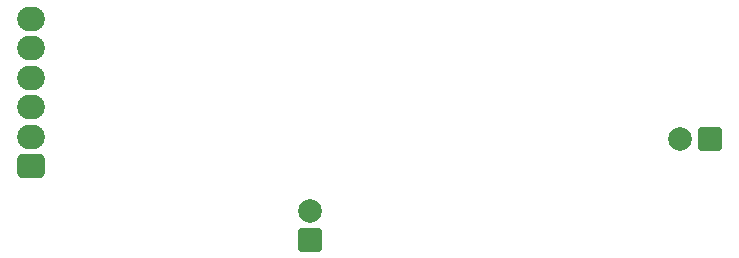
<source format=gbr>
%TF.GenerationSoftware,KiCad,Pcbnew,7.0.6*%
%TF.CreationDate,2023-11-27T09:51:19+01:00*%
%TF.ProjectId,PSACANBridgeHW_v14,50534143-414e-4427-9269-64676548575f,rev?*%
%TF.SameCoordinates,Original*%
%TF.FileFunction,Soldermask,Bot*%
%TF.FilePolarity,Negative*%
%FSLAX46Y46*%
G04 Gerber Fmt 4.6, Leading zero omitted, Abs format (unit mm)*
G04 Created by KiCad (PCBNEW 7.0.6) date 2023-11-27 09:51:19*
%MOMM*%
%LPD*%
G01*
G04 APERTURE LIST*
G04 Aperture macros list*
%AMRoundRect*
0 Rectangle with rounded corners*
0 $1 Rounding radius*
0 $2 $3 $4 $5 $6 $7 $8 $9 X,Y pos of 4 corners*
0 Add a 4 corners polygon primitive as box body*
4,1,4,$2,$3,$4,$5,$6,$7,$8,$9,$2,$3,0*
0 Add four circle primitives for the rounded corners*
1,1,$1+$1,$2,$3*
1,1,$1+$1,$4,$5*
1,1,$1+$1,$6,$7*
1,1,$1+$1,$8,$9*
0 Add four rect primitives between the rounded corners*
20,1,$1+$1,$2,$3,$4,$5,0*
20,1,$1+$1,$4,$5,$6,$7,0*
20,1,$1+$1,$6,$7,$8,$9,0*
20,1,$1+$1,$8,$9,$2,$3,0*%
G04 Aperture macros list end*
%ADD10RoundRect,0.450000X0.725000X-0.600000X0.725000X0.600000X-0.725000X0.600000X-0.725000X-0.600000X0*%
%ADD11O,2.350000X2.100000*%
%ADD12RoundRect,0.200000X0.800000X0.800000X-0.800000X0.800000X-0.800000X-0.800000X0.800000X-0.800000X0*%
%ADD13C,2.000000*%
%ADD14RoundRect,0.200000X0.800000X-0.800000X0.800000X0.800000X-0.800000X0.800000X-0.800000X-0.800000X0*%
G04 APERTURE END LIST*
D10*
%TO.C,J2*%
X117557500Y-147574000D03*
D11*
X117557500Y-145074000D03*
X117557500Y-142574000D03*
X117557500Y-140074000D03*
X117557500Y-137574000D03*
X117557500Y-135074000D03*
%TD*%
D12*
%TO.C,C8*%
X175000000Y-145262600D03*
D13*
X172500000Y-145262600D03*
%TD*%
D14*
%TO.C,C7*%
X141147800Y-153807800D03*
D13*
X141147800Y-151307800D03*
%TD*%
M02*

</source>
